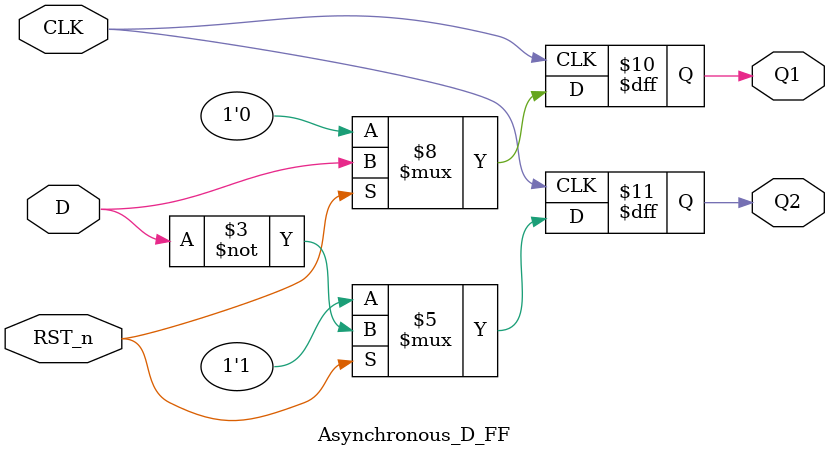
<source format=v>
`timescale 1ns / 1ps
module Asynchronous_D_FF(input CLK,
input D,
input RST_n,
output reg Q1,
output reg Q2);

always @(posedge CLK )
begin 
    if(!RST_n)
    begin
        Q1 <= 0;
        Q2 <= 1;
    end
    else
    begin
        Q1 <= D;
        Q2 <= ~D;
    end
end 
endmodule
</source>
